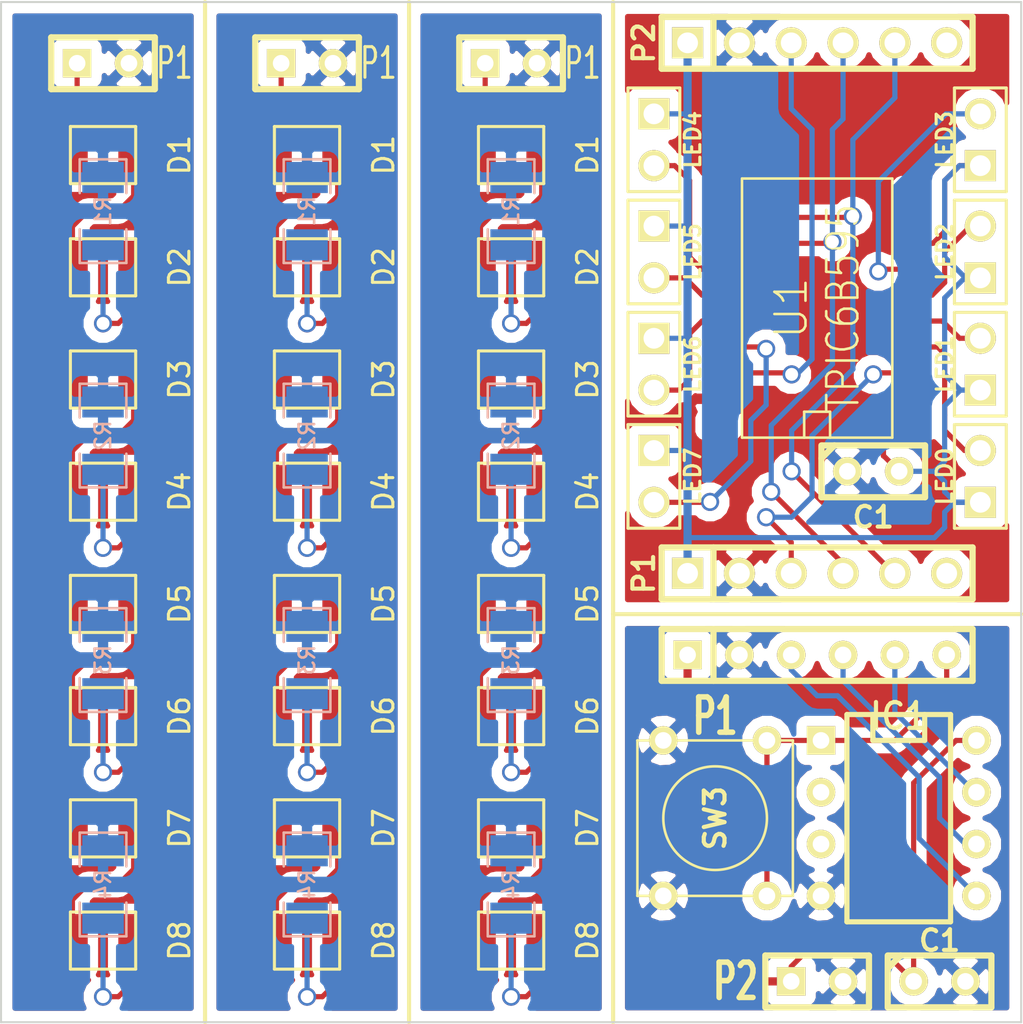
<source format=kicad_pcb>
(kicad_pcb (version 3) (host pcbnew "(2013-04-19 BZR 4011)-stable")
  (layers (15 F.Cu signal) (0 B.Cu signal) (18 B.Paste user) (19 F.Paste user) (20 B.SilkS user) (21 F.SilkS user) (22 B.Mask user) (23 F.Mask user) (28 Edge.Cuts user))
  (net 0 "")
  (net 1 /MISO)
  (net 2 /MOSI)
  (net 3 /RCK)
  (net 4 /RESET)
  (net 5 /SCK)
  (net 6 /SER_IN)
  (net 7 /SER_OUT)
  (net 8 /SRCK)
  (net 9 GND)
  (net 10 N-000001)
  (net 11 N-0000010)
  (net 12 N-000002)
  (net 13 N-000003)
  (net 14 N-000004)
  (net 15 N-000005)
  (net 16 N-000006)
  (net 17 N-000007)
  (net 18 N-000008)
  (net 19 N-000009)
  (net 20 VCC)
  (module SM1206 (layer B.Cu) (at 214 95.25 270)
    (fp_text reference R1 (at 0 0 270) (layer B.SilkS) (effects (font (size 0.762 0.762) (thickness 0.127)) (justify mirror)))
    (fp_text value R hide)
    (pad 1 smd rect (at -1.651 0 270) (size 1.524 2.032) (layers B.Cu B.Paste B.Mask) (net 9 GND))
    (pad 2 smd rect (at 1.651 0 270) (size 1.524 2.032) (layers B.Cu B.Paste B.Mask) (net 13 N-000003))
  )
  (module SM1206 (layer B.Cu) (at 214 106.25 270)
    (fp_text reference R2 (at 0 0 270) (layer B.SilkS) (effects (font (size 0.762 0.762) (thickness 0.127)) (justify mirror)))
    (fp_text value R hide)
    (pad 1 smd rect (at -1.651 0 270) (size 1.524 2.032) (layers B.Cu B.Paste B.Mask) (net 9 GND))
    (pad 2 smd rect (at 1.651 0 270) (size 1.524 2.032) (layers B.Cu B.Paste B.Mask) (net 15 N-000005))
  )
  (module SM1206 (layer B.Cu) (at 214 117.25 270)
    (fp_text reference R3 (at 0 0 270) (layer B.SilkS) (effects (font (size 0.762 0.762) (thickness 0.127)) (justify mirror)))
    (fp_text value R hide)
    (pad 1 smd rect (at -1.651 0 270) (size 1.524 2.032) (layers B.Cu B.Paste B.Mask) (net 9 GND))
    (pad 2 smd rect (at 1.651 0 270) (size 1.524 2.032) (layers B.Cu B.Paste B.Mask) (net 18 N-000008))
  )
  (module SM1206 (layer B.Cu) (at 214 128.25 270)
    (fp_text reference R4 (at 0 0 270) (layer B.SilkS) (effects (font (size 0.762 0.762) (thickness 0.127)) (justify mirror)))
    (fp_text value R hide)
    (pad 1 smd rect (at -1.651 0 270) (size 1.524 2.032) (layers B.Cu B.Paste B.Mask) (net 9 GND))
    (pad 2 smd rect (at 1.651 0 270) (size 1.524 2.032) (layers B.Cu B.Paste B.Mask) (net 19 N-000009))
  )
  (module SIL-2 (layer F.Cu) (at 214 88)
    (fp_text reference P1 (at 3.5 0) (layer F.SilkS) (effects (font (size 1.5 0.9))))
    (fp_text value CONN_2 hide)
    (pad 1 thru_hole rect (at -1.27 0) (size 1.397 1.397) (drill 0.8128) (layers *.Cu *.Mask F.SilkS) (net 20 VCC))
    (pad 2 thru_hole circle (at 1.27 0) (size 1.397 1.397) (drill 0.8128) (layers *.Cu *.Mask F.SilkS) (net 9 GND))
  )
  (module LED-PLCC2 (layer F.Cu) (at 214 92.5 90)
    (fp_text reference D1 (at 0 3.75 90) (layer F.SilkS))
    (fp_text value LED hide)
    (pad 1 smd rect (at 0 -1.5 90) (size 2.6 1.5) (layers F.Cu F.Paste F.Mask) (net 20 VCC))
    (pad 2 smd rect (at 0 1.5 90) (size 2.6 1.5) (layers F.Cu F.Paste F.Mask) (net 12 N-000002))
  )
  (module LED-PLCC2 (layer F.Cu) (at 214 98 90)
    (fp_text reference D2 (at 0 3.75 90) (layer F.SilkS))
    (fp_text value LED hide)
    (pad 1 smd rect (at 0 -1.5 90) (size 2.6 1.5) (layers F.Cu F.Paste F.Mask) (net 12 N-000002))
    (pad 2 smd rect (at 0 1.5 90) (size 2.6 1.5) (layers F.Cu F.Paste F.Mask) (net 13 N-000003))
  )
  (module LED-PLCC2 (layer F.Cu) (at 214 103.5 90)
    (fp_text reference D3 (at 0 3.75 90) (layer F.SilkS))
    (fp_text value LED hide)
    (pad 1 smd rect (at 0 -1.5 90) (size 2.6 1.5) (layers F.Cu F.Paste F.Mask) (net 20 VCC))
    (pad 2 smd rect (at 0 1.5 90) (size 2.6 1.5) (layers F.Cu F.Paste F.Mask) (net 14 N-000004))
  )
  (module LED-PLCC2 (layer F.Cu) (at 214 109 90)
    (fp_text reference D4 (at 0 3.75 90) (layer F.SilkS))
    (fp_text value LED hide)
    (pad 1 smd rect (at 0 -1.5 90) (size 2.6 1.5) (layers F.Cu F.Paste F.Mask) (net 14 N-000004))
    (pad 2 smd rect (at 0 1.5 90) (size 2.6 1.5) (layers F.Cu F.Paste F.Mask) (net 15 N-000005))
  )
  (module LED-PLCC2 (layer F.Cu) (at 214 114.5 90)
    (fp_text reference D5 (at 0 3.75 90) (layer F.SilkS))
    (fp_text value LED hide)
    (pad 1 smd rect (at 0 -1.5 90) (size 2.6 1.5) (layers F.Cu F.Paste F.Mask) (net 20 VCC))
    (pad 2 smd rect (at 0 1.5 90) (size 2.6 1.5) (layers F.Cu F.Paste F.Mask) (net 17 N-000007))
  )
  (module LED-PLCC2 (layer F.Cu) (at 214 120 90)
    (fp_text reference D6 (at 0 3.75 90) (layer F.SilkS))
    (fp_text value LED hide)
    (pad 1 smd rect (at 0 -1.5 90) (size 2.6 1.5) (layers F.Cu F.Paste F.Mask) (net 17 N-000007))
    (pad 2 smd rect (at 0 1.5 90) (size 2.6 1.5) (layers F.Cu F.Paste F.Mask) (net 18 N-000008))
  )
  (module LED-PLCC2 (layer F.Cu) (at 214 125.5 90)
    (fp_text reference D7 (at 0 3.75 90) (layer F.SilkS))
    (fp_text value LED hide)
    (pad 1 smd rect (at 0 -1.5 90) (size 2.6 1.5) (layers F.Cu F.Paste F.Mask) (net 20 VCC))
    (pad 2 smd rect (at 0 1.5 90) (size 2.6 1.5) (layers F.Cu F.Paste F.Mask) (net 10 N-000001))
  )
  (module LED-PLCC2 (layer F.Cu) (at 214 131 90)
    (fp_text reference D8 (at 0 3.75 90) (layer F.SilkS))
    (fp_text value LED hide)
    (pad 1 smd rect (at 0 -1.5 90) (size 2.6 1.5) (layers F.Cu F.Paste F.Mask) (net 10 N-000001))
    (pad 2 smd rect (at 0 1.5 90) (size 2.6 1.5) (layers F.Cu F.Paste F.Mask) (net 19 N-000009))
  )
  (module SM1206 (layer B.Cu) (at 204 95.25 270)
    (fp_text reference R1 (at 0 0 270) (layer B.SilkS) (effects (font (size 0.762 0.762) (thickness 0.127)) (justify mirror)))
    (fp_text value R hide)
    (pad 1 smd rect (at -1.651 0 270) (size 1.524 2.032) (layers B.Cu B.Paste B.Mask) (net 9 GND))
    (pad 2 smd rect (at 1.651 0 270) (size 1.524 2.032) (layers B.Cu B.Paste B.Mask) (net 13 N-000003))
  )
  (module SM1206 (layer B.Cu) (at 204 106.25 270)
    (fp_text reference R2 (at 0 0 270) (layer B.SilkS) (effects (font (size 0.762 0.762) (thickness 0.127)) (justify mirror)))
    (fp_text value R hide)
    (pad 1 smd rect (at -1.651 0 270) (size 1.524 2.032) (layers B.Cu B.Paste B.Mask) (net 9 GND))
    (pad 2 smd rect (at 1.651 0 270) (size 1.524 2.032) (layers B.Cu B.Paste B.Mask) (net 15 N-000005))
  )
  (module SM1206 (layer B.Cu) (at 204 117.25 270)
    (fp_text reference R3 (at 0 0 270) (layer B.SilkS) (effects (font (size 0.762 0.762) (thickness 0.127)) (justify mirror)))
    (fp_text value R hide)
    (pad 1 smd rect (at -1.651 0 270) (size 1.524 2.032) (layers B.Cu B.Paste B.Mask) (net 9 GND))
    (pad 2 smd rect (at 1.651 0 270) (size 1.524 2.032) (layers B.Cu B.Paste B.Mask) (net 18 N-000008))
  )
  (module SM1206 (layer B.Cu) (at 204 128.25 270)
    (fp_text reference R4 (at 0 0 270) (layer B.SilkS) (effects (font (size 0.762 0.762) (thickness 0.127)) (justify mirror)))
    (fp_text value R hide)
    (pad 1 smd rect (at -1.651 0 270) (size 1.524 2.032) (layers B.Cu B.Paste B.Mask) (net 9 GND))
    (pad 2 smd rect (at 1.651 0 270) (size 1.524 2.032) (layers B.Cu B.Paste B.Mask) (net 19 N-000009))
  )
  (module SIL-2 (layer F.Cu) (at 204 88)
    (fp_text reference P1 (at 3.5 0) (layer F.SilkS) (effects (font (size 1.5 0.9))))
    (fp_text value CONN_2 hide)
    (pad 1 thru_hole rect (at -1.27 0) (size 1.397 1.397) (drill 0.8128) (layers *.Cu *.Mask F.SilkS) (net 20 VCC))
    (pad 2 thru_hole circle (at 1.27 0) (size 1.397 1.397) (drill 0.8128) (layers *.Cu *.Mask F.SilkS) (net 9 GND))
  )
  (module LED-PLCC2 (layer F.Cu) (at 204 92.5 90)
    (fp_text reference D1 (at 0 3.75 90) (layer F.SilkS))
    (fp_text value LED hide)
    (pad 1 smd rect (at 0 -1.5 90) (size 2.6 1.5) (layers F.Cu F.Paste F.Mask) (net 20 VCC))
    (pad 2 smd rect (at 0 1.5 90) (size 2.6 1.5) (layers F.Cu F.Paste F.Mask) (net 12 N-000002))
  )
  (module LED-PLCC2 (layer F.Cu) (at 204 98 90)
    (fp_text reference D2 (at 0 3.75 90) (layer F.SilkS))
    (fp_text value LED hide)
    (pad 1 smd rect (at 0 -1.5 90) (size 2.6 1.5) (layers F.Cu F.Paste F.Mask) (net 12 N-000002))
    (pad 2 smd rect (at 0 1.5 90) (size 2.6 1.5) (layers F.Cu F.Paste F.Mask) (net 13 N-000003))
  )
  (module LED-PLCC2 (layer F.Cu) (at 204 103.5 90)
    (fp_text reference D3 (at 0 3.75 90) (layer F.SilkS))
    (fp_text value LED hide)
    (pad 1 smd rect (at 0 -1.5 90) (size 2.6 1.5) (layers F.Cu F.Paste F.Mask) (net 20 VCC))
    (pad 2 smd rect (at 0 1.5 90) (size 2.6 1.5) (layers F.Cu F.Paste F.Mask) (net 14 N-000004))
  )
  (module LED-PLCC2 (layer F.Cu) (at 204 109 90)
    (fp_text reference D4 (at 0 3.75 90) (layer F.SilkS))
    (fp_text value LED hide)
    (pad 1 smd rect (at 0 -1.5 90) (size 2.6 1.5) (layers F.Cu F.Paste F.Mask) (net 14 N-000004))
    (pad 2 smd rect (at 0 1.5 90) (size 2.6 1.5) (layers F.Cu F.Paste F.Mask) (net 15 N-000005))
  )
  (module LED-PLCC2 (layer F.Cu) (at 204 114.5 90)
    (fp_text reference D5 (at 0 3.75 90) (layer F.SilkS))
    (fp_text value LED hide)
    (pad 1 smd rect (at 0 -1.5 90) (size 2.6 1.5) (layers F.Cu F.Paste F.Mask) (net 20 VCC))
    (pad 2 smd rect (at 0 1.5 90) (size 2.6 1.5) (layers F.Cu F.Paste F.Mask) (net 17 N-000007))
  )
  (module LED-PLCC2 (layer F.Cu) (at 204 120 90)
    (fp_text reference D6 (at 0 3.75 90) (layer F.SilkS))
    (fp_text value LED hide)
    (pad 1 smd rect (at 0 -1.5 90) (size 2.6 1.5) (layers F.Cu F.Paste F.Mask) (net 17 N-000007))
    (pad 2 smd rect (at 0 1.5 90) (size 2.6 1.5) (layers F.Cu F.Paste F.Mask) (net 18 N-000008))
  )
  (module LED-PLCC2 (layer F.Cu) (at 204 125.5 90)
    (fp_text reference D7 (at 0 3.75 90) (layer F.SilkS))
    (fp_text value LED hide)
    (pad 1 smd rect (at 0 -1.5 90) (size 2.6 1.5) (layers F.Cu F.Paste F.Mask) (net 20 VCC))
    (pad 2 smd rect (at 0 1.5 90) (size 2.6 1.5) (layers F.Cu F.Paste F.Mask) (net 10 N-000001))
  )
  (module LED-PLCC2 (layer F.Cu) (at 204 131 90)
    (fp_text reference D8 (at 0 3.75 90) (layer F.SilkS))
    (fp_text value LED hide)
    (pad 1 smd rect (at 0 -1.5 90) (size 2.6 1.5) (layers F.Cu F.Paste F.Mask) (net 10 N-000001))
    (pad 2 smd rect (at 0 1.5 90) (size 2.6 1.5) (layers F.Cu F.Paste F.Mask) (net 19 N-000009))
  )
  (module SM1206 (layer B.Cu) (at 194 95.25 270)
    (fp_text reference R1 (at 0 0 270) (layer B.SilkS) (effects (font (size 0.762 0.762) (thickness 0.127)) (justify mirror)))
    (fp_text value R hide)
    (pad 1 smd rect (at -1.651 0 270) (size 1.524 2.032) (layers B.Cu B.Paste B.Mask) (net 9 GND))
    (pad 2 smd rect (at 1.651 0 270) (size 1.524 2.032) (layers B.Cu B.Paste B.Mask) (net 13 N-000003))
  )
  (module SM1206 (layer B.Cu) (at 194 106.25 270)
    (fp_text reference R2 (at 0 0 270) (layer B.SilkS) (effects (font (size 0.762 0.762) (thickness 0.127)) (justify mirror)))
    (fp_text value R hide)
    (pad 1 smd rect (at -1.651 0 270) (size 1.524 2.032) (layers B.Cu B.Paste B.Mask) (net 9 GND))
    (pad 2 smd rect (at 1.651 0 270) (size 1.524 2.032) (layers B.Cu B.Paste B.Mask) (net 15 N-000005))
  )
  (module SM1206 (layer B.Cu) (at 194 117.25 270)
    (fp_text reference R3 (at 0 0 270) (layer B.SilkS) (effects (font (size 0.762 0.762) (thickness 0.127)) (justify mirror)))
    (fp_text value R hide)
    (pad 1 smd rect (at -1.651 0 270) (size 1.524 2.032) (layers B.Cu B.Paste B.Mask) (net 9 GND))
    (pad 2 smd rect (at 1.651 0 270) (size 1.524 2.032) (layers B.Cu B.Paste B.Mask) (net 18 N-000008))
  )
  (module SM1206 (layer B.Cu) (at 194 128.25 270)
    (fp_text reference R4 (at 0 0 270) (layer B.SilkS) (effects (font (size 0.762 0.762) (thickness 0.127)) (justify mirror)))
    (fp_text value R hide)
    (pad 1 smd rect (at -1.651 0 270) (size 1.524 2.032) (layers B.Cu B.Paste B.Mask) (net 9 GND))
    (pad 2 smd rect (at 1.651 0 270) (size 1.524 2.032) (layers B.Cu B.Paste B.Mask) (net 19 N-000009))
  )
  (module SIL-2 (layer F.Cu) (at 194 88)
    (fp_text reference P1 (at 3.5 0) (layer F.SilkS) (effects (font (size 1.5 0.9))))
    (fp_text value CONN_2 hide)
    (pad 1 thru_hole rect (at -1.27 0) (size 1.397 1.397) (drill 0.8128) (layers *.Cu *.Mask F.SilkS) (net 20 VCC))
    (pad 2 thru_hole circle (at 1.27 0) (size 1.397 1.397) (drill 0.8128) (layers *.Cu *.Mask F.SilkS) (net 9 GND))
  )
  (module LED-PLCC2 (layer F.Cu) (at 194 92.5 90)
    (fp_text reference D1 (at 0 3.75 90) (layer F.SilkS))
    (fp_text value LED hide)
    (pad 1 smd rect (at 0 -1.5 90) (size 2.6 1.5) (layers F.Cu F.Paste F.Mask) (net 20 VCC))
    (pad 2 smd rect (at 0 1.5 90) (size 2.6 1.5) (layers F.Cu F.Paste F.Mask) (net 12 N-000002))
  )
  (module LED-PLCC2 (layer F.Cu) (at 194 98 90)
    (fp_text reference D2 (at 0 3.75 90) (layer F.SilkS))
    (fp_text value LED hide)
    (pad 1 smd rect (at 0 -1.5 90) (size 2.6 1.5) (layers F.Cu F.Paste F.Mask) (net 12 N-000002))
    (pad 2 smd rect (at 0 1.5 90) (size 2.6 1.5) (layers F.Cu F.Paste F.Mask) (net 13 N-000003))
  )
  (module LED-PLCC2 (layer F.Cu) (at 194 103.5 90)
    (fp_text reference D3 (at 0 3.75 90) (layer F.SilkS))
    (fp_text value LED hide)
    (pad 1 smd rect (at 0 -1.5 90) (size 2.6 1.5) (layers F.Cu F.Paste F.Mask) (net 20 VCC))
    (pad 2 smd rect (at 0 1.5 90) (size 2.6 1.5) (layers F.Cu F.Paste F.Mask) (net 14 N-000004))
  )
  (module LED-PLCC2 (layer F.Cu) (at 194 109 90)
    (fp_text reference D4 (at 0 3.75 90) (layer F.SilkS))
    (fp_text value LED hide)
    (pad 1 smd rect (at 0 -1.5 90) (size 2.6 1.5) (layers F.Cu F.Paste F.Mask) (net 14 N-000004))
    (pad 2 smd rect (at 0 1.5 90) (size 2.6 1.5) (layers F.Cu F.Paste F.Mask) (net 15 N-000005))
  )
  (module LED-PLCC2 (layer F.Cu) (at 194 114.5 90)
    (fp_text reference D5 (at 0 3.75 90) (layer F.SilkS))
    (fp_text value LED hide)
    (pad 1 smd rect (at 0 -1.5 90) (size 2.6 1.5) (layers F.Cu F.Paste F.Mask) (net 20 VCC))
    (pad 2 smd rect (at 0 1.5 90) (size 2.6 1.5) (layers F.Cu F.Paste F.Mask) (net 17 N-000007))
  )
  (module LED-PLCC2 (layer F.Cu) (at 194 120 90)
    (fp_text reference D6 (at 0 3.75 90) (layer F.SilkS))
    (fp_text value LED hide)
    (pad 1 smd rect (at 0 -1.5 90) (size 2.6 1.5) (layers F.Cu F.Paste F.Mask) (net 17 N-000007))
    (pad 2 smd rect (at 0 1.5 90) (size 2.6 1.5) (layers F.Cu F.Paste F.Mask) (net 18 N-000008))
  )
  (module LED-PLCC2 (layer F.Cu) (at 194 125.5 90)
    (fp_text reference D7 (at 0 3.75 90) (layer F.SilkS))
    (fp_text value LED hide)
    (pad 1 smd rect (at 0 -1.5 90) (size 2.6 1.5) (layers F.Cu F.Paste F.Mask) (net 20 VCC))
    (pad 2 smd rect (at 0 1.5 90) (size 2.6 1.5) (layers F.Cu F.Paste F.Mask) (net 10 N-000001))
  )
  (module LED-PLCC2 (layer F.Cu) (at 194 131 90)
    (fp_text reference D8 (at 0 3.75 90) (layer F.SilkS))
    (fp_text value LED hide)
    (pad 1 smd rect (at 0 -1.5 90) (size 2.6 1.5) (layers F.Cu F.Paste F.Mask) (net 10 N-000001))
    (pad 2 smd rect (at 0 1.5 90) (size 2.6 1.5) (layers F.Cu F.Paste F.Mask) (net 19 N-000009))
  )
  (module SW_PUSH_SMALL (layer F.Cu) (at 224 125 90)
    (fp_text reference SW3 (at 0 0 90) (layer F.SilkS) (effects (font (size 1.016 1.016) (thickness 0.2032))))
    (fp_text value SW_PUSH hide)
    (pad 1 thru_hole circle (at 3.81 -2.54 90) (size 1.397 1.397) (drill 0.8128) (layers *.Cu *.Mask F.SilkS) (net 9 GND))
    (pad 2 thru_hole circle (at 3.81 2.54 90) (size 1.397 1.397) (drill 0.8128) (layers *.Cu *.Mask F.SilkS) (net 4 /RESET))
    (pad 1 thru_hole circle (at -3.81 -2.54 90) (size 1.397 1.397) (drill 0.8128) (layers *.Cu *.Mask F.SilkS) (net 9 GND))
    (pad 2 thru_hole circle (at -3.81 2.54 90) (size 1.397 1.397) (drill 0.8128) (layers *.Cu *.Mask F.SilkS) (net 4 /RESET))
  )
  (module SIL-6 (layer F.Cu) (at 229 117)
    (fp_text reference P1 (at -5 3) (layer F.SilkS) (effects (font (size 1.72974 1.08712) (thickness 0.3048))))
    (fp_text value CONN_6 hide)
    (pad 1 thru_hole rect (at -6.35 0) (size 1.397 1.397) (drill 0.8128) (layers *.Cu *.Mask F.SilkS) (net 20 VCC))
    (pad 2 thru_hole circle (at -3.81 0) (size 1.397 1.397) (drill 0.8128) (layers *.Cu *.Mask F.SilkS) (net 9 GND))
    (pad 3 thru_hole circle (at -1.27 0) (size 1.397 1.397) (drill 0.8128) (layers *.Cu *.Mask F.SilkS) (net 2 /MOSI))
    (pad 4 thru_hole circle (at 1.27 0) (size 1.397 1.397) (drill 0.8128) (layers *.Cu *.Mask F.SilkS) (net 1 /MISO))
    (pad 5 thru_hole circle (at 3.81 0) (size 1.397 1.397) (drill 0.8128) (layers *.Cu *.Mask F.SilkS) (net 5 /SCK))
    (pad 6 thru_hole circle (at 6.35 0) (size 1.397 1.397) (drill 0.8128) (layers *.Cu *.Mask F.SilkS) (net 4 /RESET))
  )
  (module SIL-2 (layer F.Cu) (at 229 133)
    (fp_text reference P2 (at -4 0) (layer F.SilkS) (effects (font (size 1.72974 1.08712) (thickness 0.3048))))
    (fp_text value CONN_2 hide)
    (pad 1 thru_hole rect (at -1.27 0) (size 1.397 1.397) (drill 0.8128) (layers *.Cu *.Mask F.SilkS) (net 20 VCC))
    (pad 2 thru_hole circle (at 1.27 0) (size 1.397 1.397) (drill 0.8128) (layers *.Cu *.Mask F.SilkS) (net 9 GND))
  )
  (module DIP-8__300 (layer F.Cu) (at 233 125 270)
    (fp_text reference IC1 (at -5 0 360) (layer F.SilkS) (effects (font (size 1.27 1.143) (thickness 0.2032))))
    (fp_text value ATTINY85-P hide)
    (pad 1 thru_hole rect (at -3.81 3.81 270) (size 1.397 1.397) (drill 0.8128) (layers *.Cu *.Mask F.SilkS) (net 4 /RESET))
    (pad 2 thru_hole circle (at -1.27 3.81 270) (size 1.397 1.397) (drill 0.8128) (layers *.Cu *.Mask F.SilkS))
    (pad 3 thru_hole circle (at 1.27 3.81 270) (size 1.397 1.397) (drill 0.8128) (layers *.Cu *.Mask F.SilkS))
    (pad 4 thru_hole circle (at 3.81 3.81 270) (size 1.397 1.397) (drill 0.8128) (layers *.Cu *.Mask F.SilkS) (net 9 GND))
    (pad 5 thru_hole circle (at 3.81 -3.81 270) (size 1.397 1.397) (drill 0.8128) (layers *.Cu *.Mask F.SilkS) (net 2 /MOSI))
    (pad 6 thru_hole circle (at 1.27 -3.81 270) (size 1.397 1.397) (drill 0.8128) (layers *.Cu *.Mask F.SilkS) (net 1 /MISO))
    (pad 7 thru_hole circle (at -1.27 -3.81 270) (size 1.397 1.397) (drill 0.8128) (layers *.Cu *.Mask F.SilkS) (net 5 /SCK))
    (pad 8 thru_hole circle (at -3.81 -3.81 270) (size 1.397 1.397) (drill 0.8128) (layers *.Cu *.Mask F.SilkS) (net 20 VCC))
  )
  (module C1 (layer F.Cu) (at 235 133)
    (fp_text reference C1 (at 0 -2) (layer F.SilkS) (effects (font (size 1.016 1.016) (thickness 0.2032))))
    (fp_text value 10uf hide)
    (pad 1 thru_hole circle (at -1.27 0) (size 1.397 1.397) (drill 0.8128) (layers *.Cu *.Mask F.SilkS) (net 20 VCC))
    (pad 2 thru_hole circle (at 1.27 0) (size 1.397 1.397) (drill 0.8128) (layers *.Cu *.Mask F.SilkS) (net 9 GND))
  )
  (module PIN_ARRAY_2X1 (layer F.Cu) (at 237 108.25 90)
    (fp_text reference LED0 (at 0 -1.75 90) (layer F.SilkS) (effects (font (size 0.762 0.762) (thickness 0.1524))))
    (fp_text value LED_1 hide)
    (pad 1 thru_hole rect (at -1.27 0 90) (size 1.524 1.524) (drill 1.016) (layers *.Cu *.Mask F.SilkS) (net 20 VCC))
    (pad 2 thru_hole circle (at 1.27 0 90) (size 1.524 1.524) (drill 1.016) (layers *.Cu *.Mask F.SilkS) (net 11 N-0000010))
  )
  (module PIN_ARRAY_2X1 (layer F.Cu) (at 237 102.75 90)
    (fp_text reference LED1 (at 0 -1.75 90) (layer F.SilkS) (effects (font (size 0.762 0.762) (thickness 0.1524))))
    (fp_text value LED_1 hide)
    (pad 1 thru_hole rect (at -1.27 0 90) (size 1.524 1.524) (drill 1.016) (layers *.Cu *.Mask F.SilkS) (net 20 VCC))
    (pad 2 thru_hole circle (at 1.27 0 90) (size 1.524 1.524) (drill 1.016) (layers *.Cu *.Mask F.SilkS) (net 12 N-000002))
  )
  (module PIN_ARRAY_2X1 (layer F.Cu) (at 237 97.25 90)
    (fp_text reference LED2 (at 0 -1.75 90) (layer F.SilkS) (effects (font (size 0.762 0.762) (thickness 0.1524))))
    (fp_text value LED_1 hide)
    (pad 1 thru_hole rect (at -1.27 0 90) (size 1.524 1.524) (drill 1.016) (layers *.Cu *.Mask F.SilkS) (net 20 VCC))
    (pad 2 thru_hole circle (at 1.27 0 90) (size 1.524 1.524) (drill 1.016) (layers *.Cu *.Mask F.SilkS) (net 13 N-000003))
  )
  (module PIN_ARRAY_2X1 (layer F.Cu) (at 237 91.75 90)
    (fp_text reference LED3 (at 0 -1.75 90) (layer F.SilkS) (effects (font (size 0.762 0.762) (thickness 0.1524))))
    (fp_text value LED_1 hide)
    (pad 1 thru_hole rect (at -1.27 0 90) (size 1.524 1.524) (drill 1.016) (layers *.Cu *.Mask F.SilkS) (net 20 VCC))
    (pad 2 thru_hole circle (at 1.27 0 90) (size 1.524 1.524) (drill 1.016) (layers *.Cu *.Mask F.SilkS) (net 10 N-000001))
  )
  (module PIN_ARRAY_2X1 (layer F.Cu) (at 221 91.75 270)
    (fp_text reference LED4 (at 0 -1.905 270) (layer F.SilkS) (effects (font (size 0.762 0.762) (thickness 0.1524))))
    (fp_text value LED_1 hide)
    (pad 1 thru_hole rect (at -1.27 0 270) (size 1.524 1.524) (drill 1.016) (layers *.Cu *.Mask F.SilkS) (net 20 VCC))
    (pad 2 thru_hole circle (at 1.27 0 270) (size 1.524 1.524) (drill 1.016) (layers *.Cu *.Mask F.SilkS) (net 14 N-000004))
  )
  (module PIN_ARRAY_2X1 (layer F.Cu) (at 221 97.25 270)
    (fp_text reference LED5 (at 0 -1.905 270) (layer F.SilkS) (effects (font (size 0.762 0.762) (thickness 0.1524))))
    (fp_text value LED_1 hide)
    (pad 1 thru_hole rect (at -1.27 0 270) (size 1.524 1.524) (drill 1.016) (layers *.Cu *.Mask F.SilkS) (net 20 VCC))
    (pad 2 thru_hole circle (at 1.27 0 270) (size 1.524 1.524) (drill 1.016) (layers *.Cu *.Mask F.SilkS) (net 19 N-000009))
  )
  (module PIN_ARRAY_2X1 (layer F.Cu) (at 221 102.75 270)
    (fp_text reference LED6 (at 0 -1.905 270) (layer F.SilkS) (effects (font (size 0.762 0.762) (thickness 0.1524))))
    (fp_text value LED_1 hide)
    (pad 1 thru_hole rect (at -1.27 0 270) (size 1.524 1.524) (drill 1.016) (layers *.Cu *.Mask F.SilkS) (net 20 VCC))
    (pad 2 thru_hole circle (at 1.27 0 270) (size 1.524 1.524) (drill 1.016) (layers *.Cu *.Mask F.SilkS) (net 16 N-000006))
  )
  (module PIN_ARRAY_2X1 (layer F.Cu) (at 221 108.25 270)
    (fp_text reference LED7 (at 0 -1.905 270) (layer F.SilkS) (effects (font (size 0.762 0.762) (thickness 0.1524))))
    (fp_text value LED_1 hide)
    (pad 1 thru_hole rect (at -1.27 0 270) (size 1.524 1.524) (drill 1.016) (layers *.Cu *.Mask F.SilkS) (net 20 VCC))
    (pad 2 thru_hole circle (at 1.27 0 270) (size 1.524 1.524) (drill 1.016) (layers *.Cu *.Mask F.SilkS) (net 18 N-000008))
  )
  (module PIN_ARRAY-6X1 (layer F.Cu) (at 229 113)
    (fp_text reference P1 (at -8.5 0 90) (layer F.SilkS) (effects (font (size 1.016 1.016) (thickness 0.2032))))
    (fp_text value CONN_6 hide)
    (pad 1 thru_hole rect (at -6.35 0) (size 1.524 1.524) (drill 1.016) (layers *.Cu *.Mask F.SilkS) (net 20 VCC))
    (pad 2 thru_hole circle (at -3.81 0) (size 1.524 1.524) (drill 1.016) (layers *.Cu *.Mask F.SilkS) (net 9 GND))
    (pad 3 thru_hole circle (at -1.27 0) (size 1.524 1.524) (drill 1.016) (layers *.Cu *.Mask F.SilkS) (net 6 /SER_IN))
    (pad 4 thru_hole circle (at 1.27 0) (size 1.524 1.524) (drill 1.016) (layers *.Cu *.Mask F.SilkS) (net 8 /SRCK))
    (pad 5 thru_hole circle (at 3.81 0) (size 1.524 1.524) (drill 1.016) (layers *.Cu *.Mask F.SilkS) (net 3 /RCK))
    (pad 6 thru_hole circle (at 6.35 0) (size 1.524 1.524) (drill 1.016) (layers *.Cu *.Mask F.SilkS))
  )
  (module PIN_ARRAY-6X1 (layer F.Cu) (at 229 87)
    (fp_text reference P2 (at -8.5 0 90) (layer F.SilkS) (effects (font (size 1.016 1.016) (thickness 0.2032))))
    (fp_text value CONN_6 hide)
    (pad 1 thru_hole rect (at -6.35 0) (size 1.524 1.524) (drill 1.016) (layers *.Cu *.Mask F.SilkS) (net 20 VCC))
    (pad 2 thru_hole circle (at -3.81 0) (size 1.524 1.524) (drill 1.016) (layers *.Cu *.Mask F.SilkS) (net 9 GND))
    (pad 3 thru_hole circle (at -1.27 0) (size 1.524 1.524) (drill 1.016) (layers *.Cu *.Mask F.SilkS) (net 7 /SER_OUT))
    (pad 4 thru_hole circle (at 1.27 0) (size 1.524 1.524) (drill 1.016) (layers *.Cu *.Mask F.SilkS) (net 8 /SRCK))
    (pad 5 thru_hole circle (at 3.81 0) (size 1.524 1.524) (drill 1.016) (layers *.Cu *.Mask F.SilkS) (net 3 /RCK))
    (pad 6 thru_hole circle (at 6.35 0) (size 1.524 1.524) (drill 1.016) (layers *.Cu *.Mask F.SilkS))
  )
  (module C1 (layer F.Cu) (at 231.75 108)
    (fp_text reference C1 (at 0 2.25) (layer F.SilkS) (effects (font (size 1.016 1.016) (thickness 0.2032))))
    (fp_text value C hide)
    (pad 1 thru_hole circle (at -1.27 0) (size 1.397 1.397) (drill 0.8128) (layers *.Cu *.Mask F.SilkS) (net 9 GND))
    (pad 2 thru_hole circle (at 1.27 0) (size 1.397 1.397) (drill 0.8128) (layers *.Cu *.Mask F.SilkS) (net 20 VCC))
  )
  (module SO20L (layer F.Cu) (at 229 100 90)
    (fp_text reference U1 (at 0 -1.27 90) (layer F.SilkS) (effects (font (size 1.524 1.524) (thickness 0.127))))
    (fp_text value TPIC6B595 (at 0 1.27 90) (layer F.SilkS) (effects (font (size 1.524 1.27) (thickness 0.127))))
    (pad 11 smd rect (at 5.715 -4.826 90) (size 0.508 1.27) (layers F.Cu F.Paste F.Mask) (net 9 GND))
    (pad 12 smd rect (at 4.445 -4.826 90) (size 0.508 1.27) (layers F.Cu F.Paste F.Mask) (net 3 /RCK))
    (pad 13 smd rect (at 3.175 -4.826 90) (size 0.508 1.27) (layers F.Cu F.Paste F.Mask) (net 8 /SRCK))
    (pad 14 smd rect (at 1.905 -4.826 90) (size 0.508 1.27) (layers F.Cu F.Paste F.Mask) (net 14 N-000004))
    (pad 15 smd rect (at 0.635 -4.826 90) (size 0.508 1.27) (layers F.Cu F.Paste F.Mask) (net 19 N-000009))
    (pad 16 smd rect (at -0.635 -4.826 90) (size 0.508 1.27) (layers F.Cu F.Paste F.Mask) (net 16 N-000006))
    (pad 17 smd rect (at -1.905 -4.826 90) (size 0.508 1.27) (layers F.Cu F.Paste F.Mask) (net 18 N-000008))
    (pad 18 smd rect (at -3.175 -4.826 90) (size 0.508 1.27) (layers F.Cu F.Paste F.Mask) (net 7 /SER_OUT))
    (pad 19 smd rect (at -4.445 -4.826 90) (size 0.508 1.27) (layers F.Cu F.Paste F.Mask) (net 9 GND))
    (pad 20 smd rect (at -5.715 -4.826 90) (size 0.508 1.27) (layers F.Cu F.Paste F.Mask))
    (pad 1 smd rect (at -5.715 4.826 90) (size 0.508 1.27) (layers F.Cu F.Paste F.Mask))
    (pad 2 smd rect (at -4.445 4.826 90) (size 0.508 1.27) (layers F.Cu F.Paste F.Mask) (net 20 VCC))
    (pad 3 smd rect (at -3.175 4.826 90) (size 0.508 1.27) (layers F.Cu F.Paste F.Mask) (net 6 /SER_IN))
    (pad 4 smd rect (at -1.905 4.826 90) (size 0.508 1.27) (layers F.Cu F.Paste F.Mask) (net 11 N-0000010))
    (pad 5 smd rect (at -0.635 4.826 90) (size 0.508 1.27) (layers F.Cu F.Paste F.Mask) (net 12 N-000002))
    (pad 6 smd rect (at 0.635 4.826 90) (size 0.508 1.27) (layers F.Cu F.Paste F.Mask) (net 13 N-000003))
    (pad 7 smd rect (at 1.905 4.826 90) (size 0.508 1.27) (layers F.Cu F.Paste F.Mask) (net 10 N-000001))
    (pad 8 smd rect (at 3.175 4.826 90) (size 0.508 1.27) (layers F.Cu F.Paste F.Mask) (net 20 VCC))
    (pad 9 smd rect (at 4.445 4.826 90) (size 0.508 1.27) (layers F.Cu F.Paste F.Mask) (net 9 GND))
    (pad 10 smd rect (at 5.715 4.826 90) (size 0.508 1.27) (layers F.Cu F.Paste F.Mask) (net 9 GND))
  )
  (gr_line (start 219 115) (end 239 115) (angle 90) (layer F.SilkS) (width 0.2))
  (gr_line (start 219 85) (end 219 135) (angle 90) (layer F.SilkS) (width 0.2))
  (gr_line (start 209 135) (end 209 85) (angle 90) (layer F.SilkS) (width 0.2))
  (gr_line (start 199 85) (end 199 135) (angle 90) (layer F.SilkS) (width 0.2))
  (gr_line (start 239 85) (end 189 85) (angle 90) (layer Edge.Cuts) (width 0.1))
  (gr_line (start 239 135) (end 239 85) (angle 90) (layer Edge.Cuts) (width 0.1))
  (gr_line (start 189 135) (end 239 135) (angle 90) (layer Edge.Cuts) (width 0.1))
  (gr_line (start 189 85) (end 189 135) (angle 90) (layer Edge.Cuts) (width 0.1))
  (segment (start 236.81 126.27) (end 236.27 126.27) (width 0.254) (layer B.Cu) (net 1))
  (segment (start 230.27 118.27) (end 230.27 117) (width 0.254) (layer B.Cu) (net 1))
  (segment (start 235 123) (end 230.27 118.27) (width 0.254) (layer B.Cu) (net 1))
  (segment (start 235 125) (end 235 123) (width 0.254) (layer B.Cu) (net 1))
  (segment (start 236.27 126.27) (end 235 125) (width 0.254) (layer B.Cu) (net 1))
  (segment (start 236.81 128.81) (end 234 126) (width 0.254) (layer B.Cu) (net 2))
  (segment (start 227.73 117.73) (end 227.73 117) (width 0.254) (layer B.Cu) (net 2))
  (segment (start 229 119) (end 227.73 117.73) (width 0.254) (layer B.Cu) (net 2))
  (segment (start 230 119) (end 229 119) (width 0.254) (layer B.Cu) (net 2))
  (segment (start 234 123) (end 230 119) (width 0.254) (layer B.Cu) (net 2))
  (segment (start 234 126) (end 234 123) (width 0.254) (layer B.Cu) (net 2))
  (segment (start 224.174 95.555) (end 230.695 95.555) (width 0.254) (layer F.Cu) (net 3))
  (via (at 230.75 95.5) (size 0.889) (layers F.Cu B.Cu) (net 3))
  (segment (start 230.695 95.555) (end 230.75 95.5) (width 0.254) (layer F.Cu) (net 3))
  (segment (start 232.81 113) (end 232.75 113) (width 0.254) (layer F.Cu) (net 3))
  (segment (start 232.81 89.69) (end 232.81 87) (width 0.254) (layer B.Cu) (net 3))
  (segment (start 230.75 91.75) (end 232.81 89.69) (width 0.254) (layer B.Cu) (net 3))
  (segment (start 230.75 103) (end 230.75 95.5) (width 0.254) (layer B.Cu) (net 3))
  (segment (start 230.75 95.5) (end 230.75 91.75) (width 0.254) (layer B.Cu) (net 3))
  (segment (start 227.75 106) (end 230.75 103) (width 0.254) (layer B.Cu) (net 3))
  (segment (start 227.75 108) (end 227.75 106) (width 0.254) (layer B.Cu) (net 3))
  (via (at 227.75 108) (size 0.889) (layers F.Cu B.Cu) (net 3))
  (segment (start 232.75 113) (end 227.75 108) (width 0.254) (layer F.Cu) (net 3))
  (segment (start 229.19 121.19) (end 226.54 121.19) (width 0.254) (layer F.Cu) (net 4))
  (segment (start 226.54 121.19) (end 226.54 128.81) (width 0.254) (layer F.Cu) (net 4))
  (segment (start 229.19 121.19) (end 232.81 121.19) (width 0.254) (layer F.Cu) (net 4))
  (segment (start 235.35 118.65) (end 235.35 117) (width 0.254) (layer F.Cu) (net 4))
  (segment (start 232.81 121.19) (end 235.35 118.65) (width 0.254) (layer F.Cu) (net 4))
  (segment (start 236.81 123.73) (end 236.73 123.73) (width 0.254) (layer B.Cu) (net 5))
  (segment (start 232.81 119.81) (end 232.81 117) (width 0.254) (layer B.Cu) (net 5))
  (segment (start 236.73 123.73) (end 232.81 119.81) (width 0.254) (layer B.Cu) (net 5))
  (segment (start 227.73 113) (end 227.73 111.48) (width 0.254) (layer F.Cu) (net 6))
  (segment (start 231.825 103.175) (end 233.826 103.175) (width 0.254) (layer F.Cu) (net 6))
  (segment (start 231.75 103.25) (end 231.825 103.175) (width 0.254) (layer F.Cu) (net 6))
  (via (at 231.75 103.25) (size 0.889) (layers F.Cu B.Cu) (net 6))
  (segment (start 228.75 106.25) (end 231.75 103.25) (width 0.254) (layer B.Cu) (net 6))
  (segment (start 228.75 109.25) (end 228.75 106.25) (width 0.254) (layer B.Cu) (net 6))
  (segment (start 227.75 110.25) (end 228.75 109.25) (width 0.254) (layer B.Cu) (net 6))
  (segment (start 226.5 110.25) (end 227.75 110.25) (width 0.254) (layer B.Cu) (net 6))
  (via (at 226.5 110.25) (size 0.889) (layers F.Cu B.Cu) (net 6))
  (segment (start 227.73 111.48) (end 226.5 110.25) (width 0.254) (layer F.Cu) (net 6))
  (segment (start 227.75 103.25) (end 228 103.25) (width 0.254) (layer B.Cu) (net 7))
  (segment (start 227.73 90.23) (end 227.73 87) (width 0.254) (layer B.Cu) (net 7))
  (segment (start 228.75 91.25) (end 227.73 90.23) (width 0.254) (layer B.Cu) (net 7))
  (segment (start 228.75 102.5) (end 228.75 91.25) (width 0.254) (layer B.Cu) (net 7))
  (segment (start 228 103.25) (end 228.75 102.5) (width 0.254) (layer B.Cu) (net 7))
  (segment (start 227.675 103.175) (end 224.174 103.175) (width 0.254) (layer F.Cu) (net 7))
  (segment (start 227.75 103.25) (end 227.675 103.175) (width 0.254) (layer F.Cu) (net 7))
  (via (at 227.75 103.25) (size 0.889) (layers F.Cu B.Cu) (net 7))
  (segment (start 227.73 103.23) (end 227.75 103.25) (width 0.254) (layer B.Cu) (net 7))
  (segment (start 224.174 96.825) (end 229.675 96.825) (width 0.254) (layer F.Cu) (net 8))
  (via (at 229.75 96.75) (size 0.889) (layers F.Cu B.Cu) (net 8))
  (segment (start 229.675 96.825) (end 229.75 96.75) (width 0.254) (layer F.Cu) (net 8))
  (segment (start 230.27 113) (end 230.27 112.52) (width 0.254) (layer F.Cu) (net 8))
  (segment (start 230.27 90.73) (end 230.27 87) (width 0.254) (layer B.Cu) (net 8))
  (segment (start 229.75 91.25) (end 230.27 90.73) (width 0.254) (layer B.Cu) (net 8))
  (segment (start 229.75 102.75) (end 229.75 96.75) (width 0.254) (layer B.Cu) (net 8))
  (segment (start 229.75 96.75) (end 229.75 91.25) (width 0.254) (layer B.Cu) (net 8))
  (segment (start 226.75 105.75) (end 229.75 102.75) (width 0.254) (layer B.Cu) (net 8))
  (segment (start 226.75 109) (end 226.75 105.75) (width 0.254) (layer B.Cu) (net 8))
  (via (at 226.75 109) (size 0.889) (layers F.Cu B.Cu) (net 8))
  (segment (start 230.27 112.52) (end 226.75 109) (width 0.254) (layer F.Cu) (net 8))
  (segment (start 215.5 125.5) (end 215.5 127.5) (width 0.254) (layer F.Cu) (net 10))
  (segment (start 212.5 129) (end 212.5 131) (width 0.254) (layer F.Cu) (net 10))
  (segment (start 213.25 128.25) (end 212.5 129) (width 0.254) (layer F.Cu) (net 10))
  (segment (start 214.75 128.25) (end 213.25 128.25) (width 0.254) (layer F.Cu) (net 10))
  (segment (start 215.5 127.5) (end 214.75 128.25) (width 0.254) (layer F.Cu) (net 10))
  (segment (start 205.5 125.5) (end 205.5 127.5) (width 0.254) (layer F.Cu) (net 10))
  (segment (start 202.5 129) (end 202.5 131) (width 0.254) (layer F.Cu) (net 10))
  (segment (start 203.25 128.25) (end 202.5 129) (width 0.254) (layer F.Cu) (net 10))
  (segment (start 204.75 128.25) (end 203.25 128.25) (width 0.254) (layer F.Cu) (net 10))
  (segment (start 205.5 127.5) (end 204.75 128.25) (width 0.254) (layer F.Cu) (net 10))
  (segment (start 195.5 125.5) (end 195.5 127.5) (width 0.254) (layer F.Cu) (net 10))
  (segment (start 192.5 129) (end 192.5 131) (width 0.254) (layer F.Cu) (net 10))
  (segment (start 193.25 128.25) (end 192.5 129) (width 0.254) (layer F.Cu) (net 10))
  (segment (start 194.75 128.25) (end 193.25 128.25) (width 0.254) (layer F.Cu) (net 10))
  (segment (start 195.5 127.5) (end 194.75 128.25) (width 0.254) (layer F.Cu) (net 10))
  (segment (start 232 94) (end 232 93.8) (width 0.254) (layer B.Cu) (net 10))
  (segment (start 232 94) (end 232 98.2) (width 0.254) (layer B.Cu) (net 10))
  (via (at 232 98.2) (size 0.889) (layers F.Cu B.Cu) (net 10))
  (segment (start 232 98.2) (end 232.105 98.095) (width 0.254) (layer F.Cu) (net 10))
  (segment (start 233.826 98.095) (end 232.105 98.095) (width 0.254) (layer F.Cu) (net 10))
  (segment (start 235.32 90.48) (end 237 90.48) (width 0.254) (layer B.Cu) (net 10))
  (segment (start 232 93.8) (end 235.32 90.48) (width 0.254) (layer B.Cu) (net 10))
  (segment (start 233.826 101.905) (end 234.905 101.905) (width 0.254) (layer F.Cu) (net 11))
  (segment (start 236.23 106.98) (end 237 106.98) (width 0.254) (layer F.Cu) (net 11))
  (segment (start 235.25 106) (end 236.23 106.98) (width 0.254) (layer F.Cu) (net 11))
  (segment (start 235.25 102.25) (end 235.25 106) (width 0.254) (layer F.Cu) (net 11))
  (segment (start 234.905 101.905) (end 235.25 102.25) (width 0.254) (layer F.Cu) (net 11))
  (segment (start 215.5 92.5) (end 215.5 94.5) (width 0.254) (layer F.Cu) (net 12))
  (segment (start 212.5 96) (end 212.5 98) (width 0.254) (layer F.Cu) (net 12))
  (segment (start 213.25 95.25) (end 212.5 96) (width 0.254) (layer F.Cu) (net 12))
  (segment (start 214.75 95.25) (end 213.25 95.25) (width 0.254) (layer F.Cu) (net 12))
  (segment (start 215.5 94.5) (end 214.75 95.25) (width 0.254) (layer F.Cu) (net 12))
  (segment (start 205.5 92.5) (end 205.5 94.5) (width 0.254) (layer F.Cu) (net 12))
  (segment (start 202.5 96) (end 202.5 98) (width 0.254) (layer F.Cu) (net 12))
  (segment (start 203.25 95.25) (end 202.5 96) (width 0.254) (layer F.Cu) (net 12))
  (segment (start 204.75 95.25) (end 203.25 95.25) (width 0.254) (layer F.Cu) (net 12))
  (segment (start 205.5 94.5) (end 204.75 95.25) (width 0.254) (layer F.Cu) (net 12))
  (segment (start 195.5 92.5) (end 195.5 94.5) (width 0.254) (layer F.Cu) (net 12))
  (segment (start 192.5 96) (end 192.5 98) (width 0.254) (layer F.Cu) (net 12))
  (segment (start 193.25 95.25) (end 192.5 96) (width 0.254) (layer F.Cu) (net 12))
  (segment (start 194.75 95.25) (end 193.25 95.25) (width 0.254) (layer F.Cu) (net 12))
  (segment (start 195.5 94.5) (end 194.75 95.25) (width 0.254) (layer F.Cu) (net 12))
  (segment (start 233.826 100.635) (end 235.135 100.635) (width 0.254) (layer F.Cu) (net 12))
  (segment (start 235.98 101.48) (end 237 101.48) (width 0.254) (layer F.Cu) (net 12))
  (segment (start 235.135 100.635) (end 235.98 101.48) (width 0.254) (layer F.Cu) (net 12))
  (segment (start 214 96.901) (end 214 100.75) (width 0.254) (layer B.Cu) (net 13))
  (segment (start 215.5 100) (end 215.5 98) (width 0.254) (layer F.Cu) (net 13))
  (segment (start 215.5 100) (end 214.75 100.75) (width 0.254) (layer F.Cu) (net 13))
  (segment (start 214.75 100.75) (end 214 100.75) (width 0.254) (layer F.Cu) (net 13))
  (via (at 214 100.75) (size 0.889) (layers F.Cu B.Cu) (net 13))
  (segment (start 204 96.901) (end 204 100.75) (width 0.254) (layer B.Cu) (net 13))
  (segment (start 205.5 100) (end 205.5 98) (width 0.254) (layer F.Cu) (net 13))
  (segment (start 205.5 100) (end 204.75 100.75) (width 0.254) (layer F.Cu) (net 13))
  (segment (start 204.75 100.75) (end 204 100.75) (width 0.254) (layer F.Cu) (net 13))
  (via (at 204 100.75) (size 0.889) (layers F.Cu B.Cu) (net 13))
  (segment (start 194 96.901) (end 194 100.75) (width 0.254) (layer B.Cu) (net 13))
  (segment (start 195.5 100) (end 195.5 98) (width 0.254) (layer F.Cu) (net 13))
  (segment (start 195.5 100) (end 194.75 100.75) (width 0.254) (layer F.Cu) (net 13))
  (segment (start 194.75 100.75) (end 194 100.75) (width 0.254) (layer F.Cu) (net 13))
  (via (at 194 100.75) (size 0.889) (layers F.Cu B.Cu) (net 13))
  (segment (start 233.826 99.365) (end 234.635 99.365) (width 0.254) (layer F.Cu) (net 13))
  (segment (start 236.52 95.98) (end 237 95.98) (width 0.254) (layer F.Cu) (net 13))
  (segment (start 235.25 97.25) (end 236.52 95.98) (width 0.254) (layer F.Cu) (net 13))
  (segment (start 235.25 98.75) (end 235.25 97.25) (width 0.254) (layer F.Cu) (net 13))
  (segment (start 234.635 99.365) (end 235.25 98.75) (width 0.254) (layer F.Cu) (net 13))
  (segment (start 215.5 103.5) (end 215.5 105.5) (width 0.254) (layer F.Cu) (net 14))
  (segment (start 212.5 107) (end 212.5 109) (width 0.254) (layer F.Cu) (net 14))
  (segment (start 213.25 106.25) (end 212.5 107) (width 0.254) (layer F.Cu) (net 14))
  (segment (start 214.75 106.25) (end 213.25 106.25) (width 0.254) (layer F.Cu) (net 14))
  (segment (start 215.5 105.5) (end 214.75 106.25) (width 0.254) (layer F.Cu) (net 14))
  (segment (start 205.5 103.5) (end 205.5 105.5) (width 0.254) (layer F.Cu) (net 14))
  (segment (start 202.5 107) (end 202.5 109) (width 0.254) (layer F.Cu) (net 14))
  (segment (start 203.25 106.25) (end 202.5 107) (width 0.254) (layer F.Cu) (net 14))
  (segment (start 204.75 106.25) (end 203.25 106.25) (width 0.254) (layer F.Cu) (net 14))
  (segment (start 205.5 105.5) (end 204.75 106.25) (width 0.254) (layer F.Cu) (net 14))
  (segment (start 195.5 103.5) (end 195.5 105.5) (width 0.254) (layer F.Cu) (net 14))
  (segment (start 192.5 107) (end 192.5 109) (width 0.254) (layer F.Cu) (net 14))
  (segment (start 193.25 106.25) (end 192.5 107) (width 0.254) (layer F.Cu) (net 14))
  (segment (start 194.75 106.25) (end 193.25 106.25) (width 0.254) (layer F.Cu) (net 14))
  (segment (start 195.5 105.5) (end 194.75 106.25) (width 0.254) (layer F.Cu) (net 14))
  (segment (start 224.174 98.095) (end 223.345 98.095) (width 0.254) (layer F.Cu) (net 14))
  (segment (start 222.02 93.02) (end 221 93.02) (width 0.254) (layer F.Cu) (net 14))
  (segment (start 222.75 93.75) (end 222.02 93.02) (width 0.254) (layer F.Cu) (net 14))
  (segment (start 222.75 97.5) (end 222.75 93.75) (width 0.254) (layer F.Cu) (net 14))
  (segment (start 223.345 98.095) (end 222.75 97.5) (width 0.254) (layer F.Cu) (net 14))
  (segment (start 215.5 109) (end 215.5 111) (width 0.254) (layer F.Cu) (net 15))
  (segment (start 214 111.75) (end 214 107.901) (width 0.254) (layer B.Cu) (net 15))
  (via (at 214 111.75) (size 0.889) (layers F.Cu B.Cu) (net 15))
  (segment (start 214.75 111.75) (end 214 111.75) (width 0.254) (layer F.Cu) (net 15))
  (segment (start 215.5 111) (end 214.75 111.75) (width 0.254) (layer F.Cu) (net 15))
  (segment (start 205.5 109) (end 205.5 111) (width 0.254) (layer F.Cu) (net 15))
  (segment (start 204 111.75) (end 204 107.901) (width 0.254) (layer B.Cu) (net 15))
  (via (at 204 111.75) (size 0.889) (layers F.Cu B.Cu) (net 15))
  (segment (start 204.75 111.75) (end 204 111.75) (width 0.254) (layer F.Cu) (net 15))
  (segment (start 205.5 111) (end 204.75 111.75) (width 0.254) (layer F.Cu) (net 15))
  (segment (start 195.5 109) (end 195.5 111) (width 0.254) (layer F.Cu) (net 15))
  (segment (start 194 111.75) (end 194 107.901) (width 0.254) (layer B.Cu) (net 15))
  (via (at 194 111.75) (size 0.889) (layers F.Cu B.Cu) (net 15))
  (segment (start 194.75 111.75) (end 194 111.75) (width 0.254) (layer F.Cu) (net 15))
  (segment (start 195.5 111) (end 194.75 111.75) (width 0.254) (layer F.Cu) (net 15))
  (segment (start 224.174 100.635) (end 223.365 100.635) (width 0.254) (layer F.Cu) (net 16))
  (segment (start 222.23 104.02) (end 221 104.02) (width 0.254) (layer F.Cu) (net 16))
  (segment (start 222.75 103.5) (end 222.23 104.02) (width 0.254) (layer F.Cu) (net 16))
  (segment (start 222.75 101.25) (end 222.75 103.5) (width 0.254) (layer F.Cu) (net 16))
  (segment (start 223.365 100.635) (end 222.75 101.25) (width 0.254) (layer F.Cu) (net 16))
  (segment (start 215.5 114.5) (end 215.5 116.5) (width 0.254) (layer F.Cu) (net 17))
  (segment (start 212.5 118) (end 212.5 120) (width 0.254) (layer F.Cu) (net 17))
  (segment (start 213.25 117.25) (end 212.5 118) (width 0.254) (layer F.Cu) (net 17))
  (segment (start 214.75 117.25) (end 213.25 117.25) (width 0.254) (layer F.Cu) (net 17))
  (segment (start 215.5 116.5) (end 214.75 117.25) (width 0.254) (layer F.Cu) (net 17))
  (segment (start 205.5 114.5) (end 205.5 116.5) (width 0.254) (layer F.Cu) (net 17))
  (segment (start 202.5 118) (end 202.5 120) (width 0.254) (layer F.Cu) (net 17))
  (segment (start 203.25 117.25) (end 202.5 118) (width 0.254) (layer F.Cu) (net 17))
  (segment (start 204.75 117.25) (end 203.25 117.25) (width 0.254) (layer F.Cu) (net 17))
  (segment (start 205.5 116.5) (end 204.75 117.25) (width 0.254) (layer F.Cu) (net 17))
  (segment (start 195.5 114.5) (end 195.5 116.5) (width 0.254) (layer F.Cu) (net 17))
  (segment (start 192.5 118) (end 192.5 120) (width 0.254) (layer F.Cu) (net 17))
  (segment (start 193.25 117.25) (end 192.5 118) (width 0.254) (layer F.Cu) (net 17))
  (segment (start 194.75 117.25) (end 193.25 117.25) (width 0.254) (layer F.Cu) (net 17))
  (segment (start 195.5 116.5) (end 194.75 117.25) (width 0.254) (layer F.Cu) (net 17))
  (segment (start 215.5 120) (end 215.5 122) (width 0.254) (layer F.Cu) (net 18))
  (segment (start 214 122.75) (end 214 118.901) (width 0.254) (layer B.Cu) (net 18))
  (via (at 214 122.75) (size 0.889) (layers F.Cu B.Cu) (net 18))
  (segment (start 214.75 122.75) (end 214 122.75) (width 0.254) (layer F.Cu) (net 18))
  (segment (start 215.5 122) (end 214.75 122.75) (width 0.254) (layer F.Cu) (net 18))
  (segment (start 205.5 120) (end 205.5 122) (width 0.254) (layer F.Cu) (net 18))
  (segment (start 204 122.75) (end 204 118.901) (width 0.254) (layer B.Cu) (net 18))
  (via (at 204 122.75) (size 0.889) (layers F.Cu B.Cu) (net 18))
  (segment (start 204.75 122.75) (end 204 122.75) (width 0.254) (layer F.Cu) (net 18))
  (segment (start 205.5 122) (end 204.75 122.75) (width 0.254) (layer F.Cu) (net 18))
  (segment (start 195.5 120) (end 195.5 122) (width 0.254) (layer F.Cu) (net 18))
  (segment (start 194 122.75) (end 194 118.901) (width 0.254) (layer B.Cu) (net 18))
  (via (at 194 122.75) (size 0.889) (layers F.Cu B.Cu) (net 18))
  (segment (start 194.75 122.75) (end 194 122.75) (width 0.254) (layer F.Cu) (net 18))
  (segment (start 195.5 122) (end 194.75 122.75) (width 0.254) (layer F.Cu) (net 18))
  (segment (start 226.5 102) (end 226.5 104.75) (width 0.254) (layer B.Cu) (net 18))
  (segment (start 224.174 101.905) (end 226.405 101.905) (width 0.254) (layer F.Cu) (net 18))
  (via (at 226.5 102) (size 0.889) (layers F.Cu B.Cu) (net 18))
  (segment (start 226.405 101.905) (end 226.5 102) (width 0.254) (layer F.Cu) (net 18))
  (segment (start 225.75 107.5) (end 223.75 109.5) (width 0.254) (layer B.Cu) (net 18))
  (segment (start 225.75 105.5) (end 225.75 107.5) (width 0.254) (layer B.Cu) (net 18))
  (segment (start 226.5 104.75) (end 225.75 105.5) (width 0.254) (layer B.Cu) (net 18))
  (segment (start 223.73 109.52) (end 221 109.52) (width 0.254) (layer F.Cu) (net 18))
  (via (at 223.75 109.5) (size 0.889) (layers F.Cu B.Cu) (net 18))
  (segment (start 223.75 109.5) (end 223.73 109.52) (width 0.254) (layer F.Cu) (net 18))
  (segment (start 215.5 131) (end 215.5 133) (width 0.254) (layer F.Cu) (net 19))
  (segment (start 214 133.75) (end 214 129.901) (width 0.254) (layer B.Cu) (net 19))
  (via (at 214 133.75) (size 0.889) (layers F.Cu B.Cu) (net 19))
  (segment (start 214.75 133.75) (end 214 133.75) (width 0.254) (layer F.Cu) (net 19))
  (segment (start 215.5 133) (end 214.75 133.75) (width 0.254) (layer F.Cu) (net 19))
  (segment (start 205.5 131) (end 205.5 133) (width 0.254) (layer F.Cu) (net 19))
  (segment (start 204 133.75) (end 204 129.901) (width 0.254) (layer B.Cu) (net 19))
  (via (at 204 133.75) (size 0.889) (layers F.Cu B.Cu) (net 19))
  (segment (start 204.75 133.75) (end 204 133.75) (width 0.254) (layer F.Cu) (net 19))
  (segment (start 205.5 133) (end 204.75 133.75) (width 0.254) (layer F.Cu) (net 19))
  (segment (start 195.5 131) (end 195.5 133) (width 0.254) (layer F.Cu) (net 19))
  (segment (start 194 133.75) (end 194 129.901) (width 0.254) (layer B.Cu) (net 19))
  (via (at 194 133.75) (size 0.889) (layers F.Cu B.Cu) (net 19))
  (segment (start 194.75 133.75) (end 194 133.75) (width 0.254) (layer F.Cu) (net 19))
  (segment (start 195.5 133) (end 194.75 133.75) (width 0.254) (layer F.Cu) (net 19))
  (segment (start 224.174 99.365) (end 223.365 99.365) (width 0.254) (layer F.Cu) (net 19))
  (segment (start 222.52 98.52) (end 221 98.52) (width 0.254) (layer F.Cu) (net 19))
  (segment (start 223.365 99.365) (end 222.52 98.52) (width 0.254) (layer F.Cu) (net 19))
  (segment (start 212.5 114.5) (end 212.5 115) (width 0.254) (layer F.Cu) (net 20))
  (segment (start 212.5 125) (end 212.5 125.5) (width 0.254) (layer F.Cu) (net 20))
  (segment (start 210.75 123.25) (end 212.5 125) (width 0.254) (layer F.Cu) (net 20))
  (segment (start 210.75 116.75) (end 210.75 123.25) (width 0.254) (layer F.Cu) (net 20))
  (segment (start 212.5 115) (end 210.75 116.75) (width 0.254) (layer F.Cu) (net 20))
  (segment (start 212.5 103.5) (end 212.5 104) (width 0.254) (layer F.Cu) (net 20))
  (segment (start 212.5 114) (end 212.5 114.5) (width 0.254) (layer F.Cu) (net 20))
  (segment (start 210.5 112) (end 212.5 114) (width 0.254) (layer F.Cu) (net 20))
  (segment (start 210.5 111.5) (end 210.5 112) (width 0.254) (layer F.Cu) (net 20))
  (segment (start 210.5 106) (end 210.5 111.5) (width 0.254) (layer F.Cu) (net 20))
  (segment (start 212.5 104) (end 210.5 106) (width 0.254) (layer F.Cu) (net 20))
  (segment (start 212.5 92.5) (end 212.5 93) (width 0.254) (layer F.Cu) (net 20))
  (segment (start 212.5 103) (end 212.5 103.5) (width 0.254) (layer F.Cu) (net 20))
  (segment (start 210.5 101) (end 212.5 103) (width 0.254) (layer F.Cu) (net 20))
  (segment (start 210.5 95) (end 210.5 101) (width 0.254) (layer F.Cu) (net 20))
  (segment (start 212.5 93) (end 210.5 95) (width 0.254) (layer F.Cu) (net 20))
  (segment (start 212.73 92.27) (end 212.5 92.5) (width 0.254) (layer F.Cu) (net 20))
  (segment (start 212.73 88) (end 212.73 92.27) (width 0.254) (layer F.Cu) (net 20))
  (segment (start 202.5 114.5) (end 202.5 115) (width 0.254) (layer F.Cu) (net 20))
  (segment (start 202.5 125) (end 202.5 125.5) (width 0.254) (layer F.Cu) (net 20))
  (segment (start 200.75 123.25) (end 202.5 125) (width 0.254) (layer F.Cu) (net 20))
  (segment (start 200.75 116.75) (end 200.75 123.25) (width 0.254) (layer F.Cu) (net 20))
  (segment (start 202.5 115) (end 200.75 116.75) (width 0.254) (layer F.Cu) (net 20))
  (segment (start 202.5 103.5) (end 202.5 104) (width 0.254) (layer F.Cu) (net 20))
  (segment (start 202.5 114) (end 202.5 114.5) (width 0.254) (layer F.Cu) (net 20))
  (segment (start 200.5 112) (end 202.5 114) (width 0.254) (layer F.Cu) (net 20))
  (segment (start 200.5 111.5) (end 200.5 112) (width 0.254) (layer F.Cu) (net 20))
  (segment (start 200.5 106) (end 200.5 111.5) (width 0.254) (layer F.Cu) (net 20))
  (segment (start 202.5 104) (end 200.5 106) (width 0.254) (layer F.Cu) (net 20))
  (segment (start 202.5 92.5) (end 202.5 93) (width 0.254) (layer F.Cu) (net 20))
  (segment (start 202.5 103) (end 202.5 103.5) (width 0.254) (layer F.Cu) (net 20))
  (segment (start 200.5 101) (end 202.5 103) (width 0.254) (layer F.Cu) (net 20))
  (segment (start 200.5 95) (end 200.5 101) (width 0.254) (layer F.Cu) (net 20))
  (segment (start 202.5 93) (end 200.5 95) (width 0.254) (layer F.Cu) (net 20))
  (segment (start 202.73 92.27) (end 202.5 92.5) (width 0.254) (layer F.Cu) (net 20))
  (segment (start 202.73 88) (end 202.73 92.27) (width 0.254) (layer F.Cu) (net 20))
  (segment (start 192.5 114.5) (end 192.5 115) (width 0.254) (layer F.Cu) (net 20))
  (segment (start 192.5 125) (end 192.5 125.5) (width 0.254) (layer F.Cu) (net 20))
  (segment (start 190.75 123.25) (end 192.5 125) (width 0.254) (layer F.Cu) (net 20))
  (segment (start 190.75 116.75) (end 190.75 123.25) (width 0.254) (layer F.Cu) (net 20))
  (segment (start 192.5 115) (end 190.75 116.75) (width 0.254) (layer F.Cu) (net 20))
  (segment (start 192.5 103.5) (end 192.5 104) (width 0.254) (layer F.Cu) (net 20))
  (segment (start 192.5 114) (end 192.5 114.5) (width 0.254) (layer F.Cu) (net 20))
  (segment (start 190.5 112) (end 192.5 114) (width 0.254) (layer F.Cu) (net 20))
  (segment (start 190.5 111.5) (end 190.5 112) (width 0.254) (layer F.Cu) (net 20))
  (segment (start 190.5 106) (end 190.5 111.5) (width 0.254) (layer F.Cu) (net 20))
  (segment (start 192.5 104) (end 190.5 106) (width 0.254) (layer F.Cu) (net 20))
  (segment (start 192.5 92.5) (end 192.5 93) (width 0.254) (layer F.Cu) (net 20))
  (segment (start 192.5 103) (end 192.5 103.5) (width 0.254) (layer F.Cu) (net 20))
  (segment (start 190.5 101) (end 192.5 103) (width 0.254) (layer F.Cu) (net 20))
  (segment (start 190.5 95) (end 190.5 101) (width 0.254) (layer F.Cu) (net 20))
  (segment (start 192.5 93) (end 190.5 95) (width 0.254) (layer F.Cu) (net 20))
  (segment (start 192.73 92.27) (end 192.5 92.5) (width 0.254) (layer F.Cu) (net 20))
  (segment (start 192.73 88) (end 192.73 92.27) (width 0.254) (layer F.Cu) (net 20))
  (segment (start 227.73 133) (end 225 133) (width 0.4) (layer F.Cu) (net 20))
  (segment (start 225 133) (end 224 132) (width 0.4) (layer F.Cu) (net 20))
  (segment (start 224 132) (end 224 120) (width 0.4) (layer F.Cu) (net 20))
  (segment (start 224 120) (end 222.65 118.65) (width 0.4) (layer F.Cu) (net 20))
  (segment (start 222.65 118.65) (end 222.65 117) (width 0.4) (layer F.Cu) (net 20))
  (segment (start 233.73 133) (end 233.73 123.27) (width 0.254) (layer F.Cu) (net 20))
  (segment (start 235.81 121.19) (end 236.81 121.19) (width 0.254) (layer F.Cu) (net 20))
  (segment (start 233.73 123.27) (end 235.81 121.19) (width 0.254) (layer F.Cu) (net 20))
  (segment (start 227.73 133) (end 227.73 132.27) (width 0.254) (layer F.Cu) (net 20))
  (segment (start 231.73 131) (end 233.73 133) (width 0.254) (layer F.Cu) (net 20))
  (segment (start 229 131) (end 231.73 131) (width 0.254) (layer F.Cu) (net 20))
  (segment (start 227.73 132.27) (end 229 131) (width 0.254) (layer F.Cu) (net 20))
  (segment (start 232.25 107.25) (end 232.27 107.25) (width 0.254) (layer F.Cu) (net 20))
  (segment (start 232.25 107.25) (end 232.25 105) (width 0.254) (layer F.Cu) (net 20))
  (segment (start 232.25 105) (end 232.805 104.445) (width 0.254) (layer F.Cu) (net 20))
  (segment (start 233.826 104.445) (end 232.805 104.445) (width 0.254) (layer F.Cu) (net 20))
  (segment (start 232.27 107.25) (end 233.02 108) (width 0.254) (layer F.Cu) (net 20))
  (segment (start 234.75 108) (end 233.02 108) (width 0.254) (layer B.Cu) (net 20))
  (segment (start 221 106.98) (end 222.65 106.98) (width 0.254) (layer B.Cu) (net 20))
  (segment (start 233.02 108) (end 233 108) (width 0.254) (layer F.Cu) (net 20))
  (segment (start 221 101.48) (end 222.65 101.48) (width 0.254) (layer B.Cu) (net 20))
  (segment (start 221 95.98) (end 222.65 95.98) (width 0.254) (layer B.Cu) (net 20))
  (segment (start 221 90.48) (end 222.65 90.48) (width 0.254) (layer B.Cu) (net 20))
  (segment (start 222.65 113) (end 222.65 106.98) (width 0.4) (layer B.Cu) (net 20))
  (segment (start 222.65 106.98) (end 222.65 101.48) (width 0.4) (layer B.Cu) (net 20))
  (segment (start 222.65 101.48) (end 222.65 95.98) (width 0.4) (layer B.Cu) (net 20))
  (segment (start 222.65 95.98) (end 222.65 90.48) (width 0.4) (layer B.Cu) (net 20))
  (segment (start 222.65 90.48) (end 222.65 87) (width 0.4) (layer B.Cu) (net 20))
  (segment (start 222.65 111.25) (end 234.75 111.25) (width 0.254) (layer B.Cu) (net 20))
  (segment (start 235.25 110) (end 235.73 109.52) (width 0.254) (layer B.Cu) (net 20))
  (segment (start 235.25 110.75) (end 235.25 110) (width 0.254) (layer B.Cu) (net 20))
  (segment (start 234.75 111.25) (end 235.25 110.75) (width 0.254) (layer B.Cu) (net 20))
  (segment (start 235.73 109.52) (end 237 109.52) (width 0.254) (layer B.Cu) (net 20))
  (segment (start 234.75 108) (end 235.25 108.5) (width 0.254) (layer B.Cu) (net 20))
  (segment (start 235.25 108.5) (end 235.25 109) (width 0.254) (layer B.Cu) (net 20))
  (segment (start 235.25 104.79) (end 235.25 105.25) (width 0.254) (layer B.Cu) (net 20))
  (segment (start 234.75 108) (end 235.25 107.5) (width 0.254) (layer B.Cu) (net 20))
  (segment (start 235.25 107.5) (end 235.25 105.25) (width 0.254) (layer B.Cu) (net 20))
  (segment (start 235.25 104.79) (end 236.02 104.02) (width 0.254) (layer B.Cu) (net 20))
  (segment (start 235.73 109.52) (end 235.75 109.52) (width 0.254) (layer B.Cu) (net 20))
  (segment (start 235.75 109.52) (end 237 109.52) (width 0.254) (layer B.Cu) (net 20))
  (segment (start 235.73 109.52) (end 237 109.52) (width 0.254) (layer B.Cu) (net 20))
  (segment (start 233.826 96.825) (end 234.675 96.825) (width 0.254) (layer F.Cu) (net 20))
  (segment (start 234.675 96.825) (end 235.25 96.25) (width 0.254) (layer F.Cu) (net 20))
  (segment (start 235.25 96.25) (end 235.25 93.75) (width 0.254) (layer F.Cu) (net 20))
  (segment (start 235.25 93.75) (end 235.98 93.02) (width 0.254) (layer F.Cu) (net 20))
  (segment (start 235.98 93.02) (end 237 93.02) (width 0.254) (layer F.Cu) (net 20))
  (segment (start 235.25 97.5) (end 235.25 93.75) (width 0.254) (layer B.Cu) (net 20))
  (segment (start 235.25 93.75) (end 235.98 93.02) (width 0.254) (layer B.Cu) (net 20))
  (segment (start 235.98 93.02) (end 237 93.02) (width 0.254) (layer B.Cu) (net 20))
  (segment (start 237 98.52) (end 236.27 98.52) (width 0.254) (layer B.Cu) (net 20))
  (segment (start 236.27 98.52) (end 235.25 97.5) (width 0.254) (layer B.Cu) (net 20))
  (segment (start 237 104.02) (end 236.02 104.02) (width 0.254) (layer B.Cu) (net 20))
  (segment (start 235.77 109.52) (end 235.73 109.52) (width 0.254) (layer B.Cu) (net 20))
  (segment (start 235.25 109) (end 235.25 109) (width 0.254) (layer B.Cu) (net 20))
  (segment (start 235.77 109.52) (end 237 109.52) (width 0.254) (layer B.Cu) (net 20))
  (segment (start 235.25 109) (end 235.77 109.52) (width 0.254) (layer B.Cu) (net 20))
  (segment (start 236.23 98.52) (end 237 98.52) (width 0.254) (layer B.Cu) (net 20))
  (segment (start 236.02 104.02) (end 235.25 103.25) (width 0.254) (layer B.Cu) (net 20))
  (segment (start 235.25 103.25) (end 235.25 99.5) (width 0.254) (layer B.Cu) (net 20))
  (segment (start 235.25 99.5) (end 236.23 98.52) (width 0.254) (layer B.Cu) (net 20))
  (segment (start 237 104.02) (end 235.98 104.02) (width 0.254) (layer B.Cu) (net 20))
  (zone (net 9) (net_name GND) (layer B.Cu) (connect_pads (clearance 0.508)) (min_thickness 0.254) (fill (arc_segments 16) (thermal_gap 0.508) (thermal_bridge_width 0.508))
    (polygon (pts (xy 219 135) (xy 209 135) (xy 209 85) (xy 219 85)))
  )
  (zone (net 9) (net_name GND) (layer F.Cu) (connect_pads (clearance 0.508)) (min_thickness 0.254) (fill (arc_segments 16) (thermal_gap 0.508) (thermal_bridge_width 0.508))
    (polygon (pts (xy 219 135) (xy 209 135) (xy 209 85) (xy 219 85)))
  )
  (zone (net 9) (net_name GND) (layer B.Cu) (connect_pads (clearance 0.508)) (min_thickness 0.254) (fill (arc_segments 16) (thermal_gap 0.508) (thermal_bridge_width 0.508))
    (polygon (pts (xy 209 135) (xy 199 135) (xy 199 85) (xy 209 85)))
  )
  (zone (net 9) (net_name GND) (layer F.Cu) (connect_pads (clearance 0.508)) (min_thickness 0.254) (fill (arc_segments 16) (thermal_gap 0.508) (thermal_bridge_width 0.508))
    (polygon (pts (xy 209 135) (xy 199 135) (xy 199 85) (xy 209 85)))
  )
  (zone (net 9) (net_name GND) (layer B.Cu) (connect_pads (clearance 0.508)) (min_thickness 0.254) (fill (arc_segments 16) (thermal_gap 0.508) (thermal_bridge_width 0.508))
    (polygon (pts (xy 199 135) (xy 189 135) (xy 189 85) (xy 199 85)))
  )
  (zone (net 9) (net_name GND) (layer F.Cu) (connect_pads (clearance 0.508)) (min_thickness 0.254) (fill (arc_segments 16) (thermal_gap 0.508) (thermal_bridge_width 0.508))
    (polygon (pts (xy 199 135) (xy 189 135) (xy 189 85) (xy 199 85)))
  )
  (zone (net 9) (net_name GND) (layer B.Cu) (connect_pads (clearance 0.508)) (min_thickness 0.254) (fill (arc_segments 16) (thermal_gap 0.508) (thermal_bridge_width 0.508))
    (polygon (pts (xy 239 135) (xy 219 135) (xy 219 115) (xy 239 115)))
  )
  (zone (net 9) (net_name GND) (layer F.Cu) (connect_pads (clearance 0.508)) (min_thickness 0.254) (fill (arc_segments 16) (thermal_gap 0.508) (thermal_bridge_width 0.508))
    (polygon (pts (xy 239 135) (xy 219 135) (xy 219 115) (xy 239 115)))
  )
  (zone (net 9) (net_name GND) (layer B.Cu) (connect_pads (clearance 0.508)) (min_thickness 0.254) (fill (arc_segments 16) (thermal_gap 0.508) (thermal_bridge_width 0.508))
    (polygon (pts (xy 239 115) (xy 219 115) (xy 219 85) (xy 239 85)))
  )
  (zone (net 9) (net_name GND) (layer F.Cu) (connect_pads (clearance 0.508)) (min_thickness 0.254) (fill (arc_segments 16) (thermal_gap 0.508) (thermal_bridge_width 0.508))
    (polygon (pts (xy 239 115) (xy 219 115) (xy 219 85) (xy 239 85)))
  )
)
</source>
